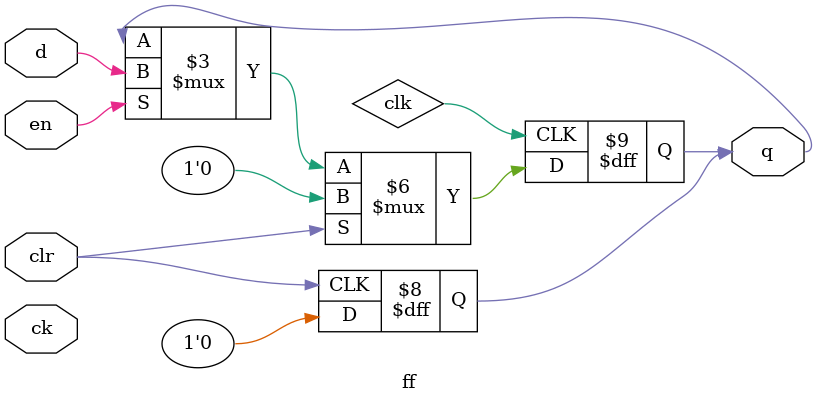
<source format=v>
module ff (d,ck,clr,en,q);
    input d,ck,clr,en;
    output  reg q;
    always@(posedge clk)
        begin 
            if(clr)
                q <=0;
            else if (en)
                q<=d;
        end
    always@(posedge clr)
        begin 
            if(clr) begin 
                q<=0;
            end
        end 
endmodule                

</source>
